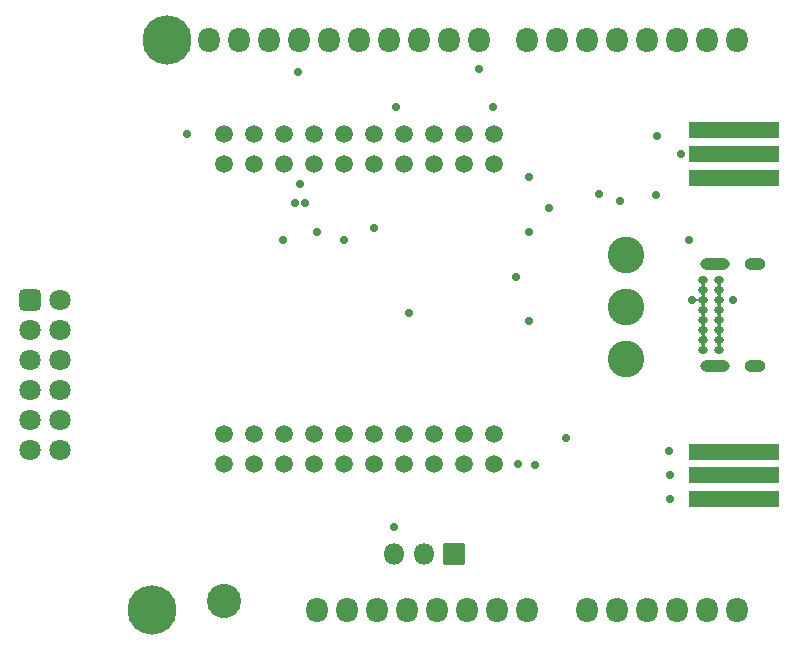
<source format=gbr>
%TF.GenerationSoftware,KiCad,Pcbnew,(6.0.0-0)*%
%TF.CreationDate,2022-08-25T03:12:56-06:00*%
%TF.ProjectId,FlippyControl,466c6970-7079-4436-9f6e-74726f6c2e6b,A*%
%TF.SameCoordinates,Original*%
%TF.FileFunction,Soldermask,Bot*%
%TF.FilePolarity,Negative*%
%FSLAX46Y46*%
G04 Gerber Fmt 4.6, Leading zero omitted, Abs format (unit mm)*
G04 Created by KiCad (PCBNEW (6.0.0-0)) date 2022-08-25 03:12:56*
%MOMM*%
%LPD*%
G01*
G04 APERTURE LIST*
G04 Aperture macros list*
%AMRoundRect*
0 Rectangle with rounded corners*
0 $1 Rounding radius*
0 $2 $3 $4 $5 $6 $7 $8 $9 X,Y pos of 4 corners*
0 Add a 4 corners polygon primitive as box body*
4,1,4,$2,$3,$4,$5,$6,$7,$8,$9,$2,$3,0*
0 Add four circle primitives for the rounded corners*
1,1,$1+$1,$2,$3*
1,1,$1+$1,$4,$5*
1,1,$1+$1,$6,$7*
1,1,$1+$1,$8,$9*
0 Add four rect primitives between the rounded corners*
20,1,$1+$1,$2,$3,$4,$5,0*
20,1,$1+$1,$4,$5,$6,$7,0*
20,1,$1+$1,$6,$7,$8,$9,0*
20,1,$1+$1,$8,$9,$2,$3,0*%
G04 Aperture macros list end*
%ADD10C,1.500000*%
%ADD11RoundRect,0.050000X-3.799586X0.649986X-3.799586X-0.649986X3.799586X-0.649986X3.799586X0.649986X0*%
%ADD12O,1.827200X2.132000*%
%ADD13C,4.164000*%
%ADD14C,2.900000*%
%ADD15O,0.800000X0.700000*%
%ADD16O,2.500000X1.000000*%
%ADD17O,1.800000X1.000000*%
%ADD18RoundRect,0.300000X-0.600000X-0.600000X0.600000X-0.600000X0.600000X0.600000X-0.600000X0.600000X0*%
%ADD19C,1.800000*%
%ADD20RoundRect,0.050000X-0.850000X0.850000X-0.850000X-0.850000X0.850000X-0.850000X0.850000X0.850000X0*%
%ADD21O,1.800000X1.800000*%
%ADD22C,3.100000*%
%ADD23C,0.700000*%
G04 APERTURE END LIST*
D10*
%TO.C,U1*%
X131128000Y-111435000D03*
X131128000Y-108895000D03*
X133668000Y-111435000D03*
X133668000Y-108895000D03*
X136208000Y-111435000D03*
X136208000Y-108895000D03*
X138748000Y-111435000D03*
X138748000Y-108895000D03*
X141288000Y-111435000D03*
X141288000Y-108895000D03*
X143828000Y-111435000D03*
X143828000Y-108895000D03*
X146368000Y-111435000D03*
X146368000Y-108895000D03*
X148908000Y-111435000D03*
X148908000Y-108895000D03*
X151448000Y-111435000D03*
X151448000Y-108895000D03*
X153988000Y-111435000D03*
X153988000Y-108895000D03*
X131128000Y-86035000D03*
X131128000Y-83495000D03*
X133668000Y-86035000D03*
X133668000Y-83495000D03*
X136208000Y-86035000D03*
X136208000Y-83495000D03*
X138748000Y-86035000D03*
X138748000Y-83495000D03*
X141288000Y-86035000D03*
X141288000Y-83495000D03*
X143828000Y-86035000D03*
X143828000Y-83495000D03*
X146368000Y-86035000D03*
X146368000Y-83495000D03*
X148908000Y-86035000D03*
X148908000Y-83495000D03*
X151448000Y-86035000D03*
X151448000Y-83495000D03*
X153988000Y-86035000D03*
X153988000Y-83495000D03*
%TD*%
D11*
%TO.C,J2*%
X174298000Y-112415000D03*
X174298000Y-110415004D03*
X174298000Y-114415123D03*
%TD*%
%TO.C,J1*%
X174274300Y-85215000D03*
X174274300Y-83215004D03*
X174274300Y-87215123D03*
%TD*%
D12*
%TO.C,P1*%
X138938000Y-123825000D03*
X141478000Y-123825000D03*
X144018000Y-123825000D03*
X146558000Y-123825000D03*
X149098000Y-123825000D03*
X151638000Y-123825000D03*
X154178000Y-123825000D03*
X156718000Y-123825000D03*
%TD*%
%TO.C,P2*%
X161798000Y-123825000D03*
X164338000Y-123825000D03*
X166878000Y-123825000D03*
X169418000Y-123825000D03*
X171958000Y-123825000D03*
X174498000Y-123825000D03*
%TD*%
%TO.C,P3*%
X129794000Y-75565000D03*
X132334000Y-75565000D03*
X134874000Y-75565000D03*
X137414000Y-75565000D03*
X139954000Y-75565000D03*
X142494000Y-75565000D03*
X145034000Y-75565000D03*
X147574000Y-75565000D03*
X150114000Y-75565000D03*
X152654000Y-75565000D03*
%TD*%
%TO.C,P4*%
X156718000Y-75565000D03*
X159258000Y-75565000D03*
X161798000Y-75565000D03*
X164338000Y-75565000D03*
X166878000Y-75565000D03*
X169418000Y-75565000D03*
X171958000Y-75565000D03*
X174498000Y-75565000D03*
%TD*%
D13*
%TO.C,P5*%
X124968000Y-123825000D03*
%TD*%
%TO.C,P7*%
X126238000Y-75565000D03*
%TD*%
D14*
%TO.C,TP7*%
X131098000Y-123065000D03*
%TD*%
D15*
%TO.C,J4*%
X171673000Y-101840000D03*
X171673000Y-100990000D03*
X171673000Y-100140000D03*
X171673000Y-99290000D03*
X171673000Y-98440000D03*
X171673000Y-97590000D03*
X171673000Y-96740000D03*
X171673000Y-95890000D03*
X173023000Y-95890000D03*
X173023000Y-96740000D03*
X173023000Y-97590000D03*
X173023000Y-98440000D03*
X173023000Y-99290000D03*
X173023000Y-100140000D03*
X173023000Y-100990000D03*
X173023000Y-101840000D03*
D16*
X172653000Y-94540000D03*
D17*
X176033000Y-94540000D03*
D16*
X172653000Y-103190000D03*
D17*
X176033000Y-103190000D03*
%TD*%
D18*
%TO.C,J3*%
X114645500Y-97615000D03*
D19*
X117185500Y-97615000D03*
X114645500Y-100155000D03*
X117185500Y-100155000D03*
X114645500Y-102695000D03*
X117185500Y-102695000D03*
X114645500Y-105235000D03*
X117185500Y-105235000D03*
X114645500Y-107775000D03*
X117185500Y-107775000D03*
X114645500Y-110315000D03*
X117185500Y-110315000D03*
%TD*%
D20*
%TO.C,JP1*%
X150598000Y-119065000D03*
D21*
X148058000Y-119065000D03*
X145518000Y-119065000D03*
%TD*%
D22*
%TO.C,TP4*%
X165098000Y-102565000D03*
%TD*%
%TO.C,TP6*%
X165098000Y-98165000D03*
%TD*%
%TO.C,TP2*%
X165098000Y-93765000D03*
%TD*%
D23*
X170498000Y-92465000D03*
X127998000Y-83565000D03*
X137398000Y-78265000D03*
X156898000Y-99365000D03*
X156898000Y-87165000D03*
X156898000Y-91865000D03*
X155998000Y-111465000D03*
X164648000Y-89215000D03*
X136098000Y-92465000D03*
X152698000Y-78065000D03*
X168798000Y-110365000D03*
X168847877Y-114415123D03*
X157398000Y-111565000D03*
X168848000Y-112415000D03*
X153898000Y-81265000D03*
X167698000Y-88665000D03*
X169798123Y-85264877D03*
X145698000Y-81265000D03*
X158598000Y-89765000D03*
X160098000Y-109265000D03*
X143798000Y-91465000D03*
X137498000Y-87765000D03*
X141298000Y-92465000D03*
X137998000Y-89365000D03*
X138998000Y-91865000D03*
X137098000Y-89365000D03*
X145498000Y-116765000D03*
X155798000Y-95665000D03*
X146798000Y-98665000D03*
X162848000Y-88615000D03*
X167798000Y-83665000D03*
X174223000Y-97565000D03*
X170723000Y-97565000D03*
G36*
X171920724Y-101274478D02*
G01*
X171921674Y-101276239D01*
X171920981Y-101277696D01*
X171912177Y-101285282D01*
X171911699Y-101285588D01*
X171878299Y-101300774D01*
X171877640Y-101300710D01*
X171877402Y-101301210D01*
X171823974Y-101347351D01*
X171804031Y-101414852D01*
X171823751Y-101482423D01*
X171871407Y-101524231D01*
X171872050Y-101526125D01*
X171870731Y-101527628D01*
X171869425Y-101527621D01*
X171782752Y-101497183D01*
X171722908Y-101492000D01*
X171623166Y-101492000D01*
X171510286Y-101510788D01*
X171470855Y-101532064D01*
X171469989Y-101532039D01*
X171469479Y-101532807D01*
X171427275Y-101555579D01*
X171425276Y-101555522D01*
X171424326Y-101553761D01*
X171425019Y-101552304D01*
X171433823Y-101544718D01*
X171434301Y-101544412D01*
X171467701Y-101529226D01*
X171468360Y-101529290D01*
X171468598Y-101528790D01*
X171522026Y-101482649D01*
X171541969Y-101415148D01*
X171522249Y-101347577D01*
X171474593Y-101305769D01*
X171473950Y-101303875D01*
X171475269Y-101302372D01*
X171476575Y-101302379D01*
X171563248Y-101332817D01*
X171623092Y-101338000D01*
X171722834Y-101338000D01*
X171835714Y-101319212D01*
X171875145Y-101297936D01*
X171876011Y-101297961D01*
X171876521Y-101297193D01*
X171918725Y-101274421D01*
X171920724Y-101274478D01*
G37*
G36*
X173270724Y-101274478D02*
G01*
X173271674Y-101276239D01*
X173270981Y-101277696D01*
X173262177Y-101285282D01*
X173261699Y-101285588D01*
X173228299Y-101300774D01*
X173227640Y-101300710D01*
X173227402Y-101301210D01*
X173173974Y-101347351D01*
X173154031Y-101414852D01*
X173173751Y-101482423D01*
X173221407Y-101524231D01*
X173222050Y-101526125D01*
X173220731Y-101527628D01*
X173219425Y-101527621D01*
X173132752Y-101497183D01*
X173072908Y-101492000D01*
X172973166Y-101492000D01*
X172860286Y-101510788D01*
X172820855Y-101532064D01*
X172819989Y-101532039D01*
X172819479Y-101532807D01*
X172777275Y-101555579D01*
X172775276Y-101555522D01*
X172774326Y-101553761D01*
X172775019Y-101552304D01*
X172783823Y-101544718D01*
X172784301Y-101544412D01*
X172817701Y-101529226D01*
X172818360Y-101529290D01*
X172818598Y-101528790D01*
X172872026Y-101482649D01*
X172891969Y-101415148D01*
X172872249Y-101347577D01*
X172824593Y-101305769D01*
X172823950Y-101303875D01*
X172825269Y-101302372D01*
X172826575Y-101302379D01*
X172913248Y-101332817D01*
X172973092Y-101338000D01*
X173072834Y-101338000D01*
X173185714Y-101319212D01*
X173225145Y-101297936D01*
X173226011Y-101297961D01*
X173226521Y-101297193D01*
X173268725Y-101274421D01*
X173270724Y-101274478D01*
G37*
G36*
X171920724Y-100424478D02*
G01*
X171921674Y-100426239D01*
X171920981Y-100427696D01*
X171912177Y-100435282D01*
X171911699Y-100435588D01*
X171878299Y-100450774D01*
X171877640Y-100450710D01*
X171877402Y-100451210D01*
X171823974Y-100497351D01*
X171804031Y-100564852D01*
X171823751Y-100632423D01*
X171871407Y-100674231D01*
X171872050Y-100676125D01*
X171870731Y-100677628D01*
X171869425Y-100677621D01*
X171782752Y-100647183D01*
X171722908Y-100642000D01*
X171623166Y-100642000D01*
X171510286Y-100660788D01*
X171470855Y-100682064D01*
X171469989Y-100682039D01*
X171469479Y-100682807D01*
X171427275Y-100705579D01*
X171425276Y-100705522D01*
X171424326Y-100703761D01*
X171425019Y-100702304D01*
X171433823Y-100694718D01*
X171434301Y-100694412D01*
X171467701Y-100679226D01*
X171468360Y-100679290D01*
X171468598Y-100678790D01*
X171522026Y-100632649D01*
X171541969Y-100565148D01*
X171522249Y-100497577D01*
X171474593Y-100455769D01*
X171473950Y-100453875D01*
X171475269Y-100452372D01*
X171476575Y-100452379D01*
X171563248Y-100482817D01*
X171623092Y-100488000D01*
X171722834Y-100488000D01*
X171835714Y-100469212D01*
X171875145Y-100447936D01*
X171876011Y-100447961D01*
X171876521Y-100447193D01*
X171918725Y-100424421D01*
X171920724Y-100424478D01*
G37*
G36*
X173270724Y-100424478D02*
G01*
X173271674Y-100426239D01*
X173270981Y-100427696D01*
X173262177Y-100435282D01*
X173261699Y-100435588D01*
X173228299Y-100450774D01*
X173227640Y-100450710D01*
X173227402Y-100451210D01*
X173173974Y-100497351D01*
X173154031Y-100564852D01*
X173173751Y-100632423D01*
X173221407Y-100674231D01*
X173222050Y-100676125D01*
X173220731Y-100677628D01*
X173219425Y-100677621D01*
X173132752Y-100647183D01*
X173072908Y-100642000D01*
X172973166Y-100642000D01*
X172860286Y-100660788D01*
X172820855Y-100682064D01*
X172819989Y-100682039D01*
X172819479Y-100682807D01*
X172777275Y-100705579D01*
X172775276Y-100705522D01*
X172774326Y-100703761D01*
X172775019Y-100702304D01*
X172783823Y-100694718D01*
X172784301Y-100694412D01*
X172817701Y-100679226D01*
X172818360Y-100679290D01*
X172818598Y-100678790D01*
X172872026Y-100632649D01*
X172891969Y-100565148D01*
X172872249Y-100497577D01*
X172824593Y-100455769D01*
X172823950Y-100453875D01*
X172825269Y-100452372D01*
X172826575Y-100452379D01*
X172913248Y-100482817D01*
X172973092Y-100488000D01*
X173072834Y-100488000D01*
X173185714Y-100469212D01*
X173225145Y-100447936D01*
X173226011Y-100447961D01*
X173226521Y-100447193D01*
X173268725Y-100424421D01*
X173270724Y-100424478D01*
G37*
G36*
X171920724Y-99574478D02*
G01*
X171921674Y-99576239D01*
X171920981Y-99577696D01*
X171912177Y-99585282D01*
X171911699Y-99585588D01*
X171878299Y-99600774D01*
X171877640Y-99600710D01*
X171877402Y-99601210D01*
X171823974Y-99647351D01*
X171804031Y-99714852D01*
X171823751Y-99782423D01*
X171871407Y-99824231D01*
X171872050Y-99826125D01*
X171870731Y-99827628D01*
X171869425Y-99827621D01*
X171782752Y-99797183D01*
X171722908Y-99792000D01*
X171623166Y-99792000D01*
X171510286Y-99810788D01*
X171470855Y-99832064D01*
X171469989Y-99832039D01*
X171469479Y-99832807D01*
X171427275Y-99855579D01*
X171425276Y-99855522D01*
X171424326Y-99853761D01*
X171425019Y-99852304D01*
X171433823Y-99844718D01*
X171434301Y-99844412D01*
X171467701Y-99829226D01*
X171468360Y-99829290D01*
X171468598Y-99828790D01*
X171522026Y-99782649D01*
X171541969Y-99715148D01*
X171522249Y-99647577D01*
X171474593Y-99605769D01*
X171473950Y-99603875D01*
X171475269Y-99602372D01*
X171476575Y-99602379D01*
X171563248Y-99632817D01*
X171623092Y-99638000D01*
X171722834Y-99638000D01*
X171835714Y-99619212D01*
X171875145Y-99597936D01*
X171876011Y-99597961D01*
X171876521Y-99597193D01*
X171918725Y-99574421D01*
X171920724Y-99574478D01*
G37*
G36*
X173270724Y-99574478D02*
G01*
X173271674Y-99576239D01*
X173270981Y-99577696D01*
X173262177Y-99585282D01*
X173261699Y-99585588D01*
X173228299Y-99600774D01*
X173227640Y-99600710D01*
X173227402Y-99601210D01*
X173173974Y-99647351D01*
X173154031Y-99714852D01*
X173173751Y-99782423D01*
X173221407Y-99824231D01*
X173222050Y-99826125D01*
X173220731Y-99827628D01*
X173219425Y-99827621D01*
X173132752Y-99797183D01*
X173072908Y-99792000D01*
X172973166Y-99792000D01*
X172860286Y-99810788D01*
X172820855Y-99832064D01*
X172819989Y-99832039D01*
X172819479Y-99832807D01*
X172777275Y-99855579D01*
X172775276Y-99855522D01*
X172774326Y-99853761D01*
X172775019Y-99852304D01*
X172783823Y-99844718D01*
X172784301Y-99844412D01*
X172817701Y-99829226D01*
X172818360Y-99829290D01*
X172818598Y-99828790D01*
X172872026Y-99782649D01*
X172891969Y-99715148D01*
X172872249Y-99647577D01*
X172824593Y-99605769D01*
X172823950Y-99603875D01*
X172825269Y-99602372D01*
X172826575Y-99602379D01*
X172913248Y-99632817D01*
X172973092Y-99638000D01*
X173072834Y-99638000D01*
X173185714Y-99619212D01*
X173225145Y-99597936D01*
X173226011Y-99597961D01*
X173226521Y-99597193D01*
X173268725Y-99574421D01*
X173270724Y-99574478D01*
G37*
G36*
X171920724Y-98724478D02*
G01*
X171921674Y-98726239D01*
X171920981Y-98727696D01*
X171912177Y-98735282D01*
X171911699Y-98735588D01*
X171878299Y-98750774D01*
X171877640Y-98750710D01*
X171877402Y-98751210D01*
X171823974Y-98797351D01*
X171804031Y-98864852D01*
X171823751Y-98932423D01*
X171871407Y-98974231D01*
X171872050Y-98976125D01*
X171870731Y-98977628D01*
X171869425Y-98977621D01*
X171782752Y-98947183D01*
X171722908Y-98942000D01*
X171623166Y-98942000D01*
X171510286Y-98960788D01*
X171470855Y-98982064D01*
X171469989Y-98982039D01*
X171469479Y-98982807D01*
X171427275Y-99005579D01*
X171425276Y-99005522D01*
X171424326Y-99003761D01*
X171425019Y-99002304D01*
X171433823Y-98994718D01*
X171434301Y-98994412D01*
X171467701Y-98979226D01*
X171468360Y-98979290D01*
X171468598Y-98978790D01*
X171522026Y-98932649D01*
X171541969Y-98865148D01*
X171522249Y-98797577D01*
X171474593Y-98755769D01*
X171473950Y-98753875D01*
X171475269Y-98752372D01*
X171476575Y-98752379D01*
X171563248Y-98782817D01*
X171623092Y-98788000D01*
X171722834Y-98788000D01*
X171835714Y-98769212D01*
X171875145Y-98747936D01*
X171876011Y-98747961D01*
X171876521Y-98747193D01*
X171918725Y-98724421D01*
X171920724Y-98724478D01*
G37*
G36*
X173270724Y-98724478D02*
G01*
X173271674Y-98726239D01*
X173270981Y-98727696D01*
X173262177Y-98735282D01*
X173261699Y-98735588D01*
X173228299Y-98750774D01*
X173227640Y-98750710D01*
X173227402Y-98751210D01*
X173173974Y-98797351D01*
X173154031Y-98864852D01*
X173173751Y-98932423D01*
X173221407Y-98974231D01*
X173222050Y-98976125D01*
X173220731Y-98977628D01*
X173219425Y-98977621D01*
X173132752Y-98947183D01*
X173072908Y-98942000D01*
X172973166Y-98942000D01*
X172860286Y-98960788D01*
X172820855Y-98982064D01*
X172819989Y-98982039D01*
X172819479Y-98982807D01*
X172777275Y-99005579D01*
X172775276Y-99005522D01*
X172774326Y-99003761D01*
X172775019Y-99002304D01*
X172783823Y-98994718D01*
X172784301Y-98994412D01*
X172817701Y-98979226D01*
X172818360Y-98979290D01*
X172818598Y-98978790D01*
X172872026Y-98932649D01*
X172891969Y-98865148D01*
X172872249Y-98797577D01*
X172824593Y-98755769D01*
X172823950Y-98753875D01*
X172825269Y-98752372D01*
X172826575Y-98752379D01*
X172913248Y-98782817D01*
X172973092Y-98788000D01*
X173072834Y-98788000D01*
X173185714Y-98769212D01*
X173225145Y-98747936D01*
X173226011Y-98747961D01*
X173226521Y-98747193D01*
X173268725Y-98724421D01*
X173270724Y-98724478D01*
G37*
G36*
X171920724Y-97874478D02*
G01*
X171921674Y-97876239D01*
X171920981Y-97877696D01*
X171912177Y-97885282D01*
X171911699Y-97885588D01*
X171878299Y-97900774D01*
X171877640Y-97900710D01*
X171877402Y-97901210D01*
X171823974Y-97947351D01*
X171804031Y-98014852D01*
X171823751Y-98082423D01*
X171871407Y-98124231D01*
X171872050Y-98126125D01*
X171870731Y-98127628D01*
X171869425Y-98127621D01*
X171782752Y-98097183D01*
X171722908Y-98092000D01*
X171623166Y-98092000D01*
X171510286Y-98110788D01*
X171470855Y-98132064D01*
X171469989Y-98132039D01*
X171469479Y-98132807D01*
X171427275Y-98155579D01*
X171425276Y-98155522D01*
X171424326Y-98153761D01*
X171425019Y-98152304D01*
X171433823Y-98144718D01*
X171434301Y-98144412D01*
X171467701Y-98129226D01*
X171468360Y-98129290D01*
X171468598Y-98128790D01*
X171522026Y-98082649D01*
X171541969Y-98015148D01*
X171522249Y-97947577D01*
X171474593Y-97905769D01*
X171473950Y-97903875D01*
X171475269Y-97902372D01*
X171476575Y-97902379D01*
X171563248Y-97932817D01*
X171623092Y-97938000D01*
X171722834Y-97938000D01*
X171835714Y-97919212D01*
X171875145Y-97897936D01*
X171876011Y-97897961D01*
X171876521Y-97897193D01*
X171918725Y-97874421D01*
X171920724Y-97874478D01*
G37*
G36*
X173270724Y-97874478D02*
G01*
X173271674Y-97876239D01*
X173270981Y-97877696D01*
X173262177Y-97885282D01*
X173261699Y-97885588D01*
X173228299Y-97900774D01*
X173227640Y-97900710D01*
X173227402Y-97901210D01*
X173173974Y-97947351D01*
X173154031Y-98014852D01*
X173173751Y-98082423D01*
X173221407Y-98124231D01*
X173222050Y-98126125D01*
X173220731Y-98127628D01*
X173219425Y-98127621D01*
X173132752Y-98097183D01*
X173072908Y-98092000D01*
X172973166Y-98092000D01*
X172860286Y-98110788D01*
X172820855Y-98132064D01*
X172819989Y-98132039D01*
X172819479Y-98132807D01*
X172777275Y-98155579D01*
X172775276Y-98155522D01*
X172774326Y-98153761D01*
X172775019Y-98152304D01*
X172783823Y-98144718D01*
X172784301Y-98144412D01*
X172817701Y-98129226D01*
X172818360Y-98129290D01*
X172818598Y-98128790D01*
X172872026Y-98082649D01*
X172891969Y-98015148D01*
X172872249Y-97947577D01*
X172824593Y-97905769D01*
X172823950Y-97903875D01*
X172825269Y-97902372D01*
X172826575Y-97902379D01*
X172913248Y-97932817D01*
X172973092Y-97938000D01*
X173072834Y-97938000D01*
X173185714Y-97919212D01*
X173225145Y-97897936D01*
X173226011Y-97897961D01*
X173226521Y-97897193D01*
X173268725Y-97874421D01*
X173270724Y-97874478D01*
G37*
G36*
X171319947Y-97424759D02*
G01*
X171319995Y-97426477D01*
X171297101Y-97478261D01*
X171295621Y-97479341D01*
X171295924Y-97479605D01*
X171295862Y-97481065D01*
X171285960Y-97503462D01*
X171276101Y-97617304D01*
X171293655Y-97687971D01*
X171293102Y-97689893D01*
X171291161Y-97690375D01*
X171290024Y-97689522D01*
X171252853Y-97630756D01*
X171189041Y-97601056D01*
X171119301Y-97610571D01*
X171065599Y-97656430D01*
X171058400Y-97669156D01*
X171056677Y-97670171D01*
X171054936Y-97669186D01*
X171054684Y-97667858D01*
X171070975Y-97565000D01*
X171055423Y-97466805D01*
X171056139Y-97464938D01*
X171058115Y-97464625D01*
X171059219Y-97465664D01*
X171065014Y-97478410D01*
X171111213Y-97531906D01*
X171178715Y-97551849D01*
X171246282Y-97532131D01*
X171292524Y-97478944D01*
X171293647Y-97478557D01*
X171293400Y-97476747D01*
X171298702Y-97462676D01*
X171304537Y-97443165D01*
X171304775Y-97442650D01*
X171316488Y-97424580D01*
X171318269Y-97423671D01*
X171319947Y-97424759D01*
G37*
G36*
X173270724Y-97024478D02*
G01*
X173271674Y-97026239D01*
X173270981Y-97027696D01*
X173262177Y-97035282D01*
X173261699Y-97035588D01*
X173228299Y-97050774D01*
X173227640Y-97050710D01*
X173227402Y-97051210D01*
X173173974Y-97097351D01*
X173154031Y-97164852D01*
X173173751Y-97232423D01*
X173221407Y-97274231D01*
X173222050Y-97276125D01*
X173220731Y-97277628D01*
X173219425Y-97277621D01*
X173132752Y-97247183D01*
X173072908Y-97242000D01*
X172973166Y-97242000D01*
X172860286Y-97260788D01*
X172820855Y-97282064D01*
X172819989Y-97282039D01*
X172819479Y-97282807D01*
X172777275Y-97305579D01*
X172775276Y-97305522D01*
X172774326Y-97303761D01*
X172775019Y-97302304D01*
X172783823Y-97294718D01*
X172784301Y-97294412D01*
X172817701Y-97279226D01*
X172818360Y-97279290D01*
X172818598Y-97278790D01*
X172872026Y-97232649D01*
X172891969Y-97165148D01*
X172872249Y-97097577D01*
X172824593Y-97055769D01*
X172823950Y-97053875D01*
X172825269Y-97052372D01*
X172826575Y-97052379D01*
X172913248Y-97082817D01*
X172973092Y-97088000D01*
X173072834Y-97088000D01*
X173185714Y-97069212D01*
X173225145Y-97047936D01*
X173226011Y-97047961D01*
X173226521Y-97047193D01*
X173268725Y-97024421D01*
X173270724Y-97024478D01*
G37*
G36*
X171920724Y-97024478D02*
G01*
X171921674Y-97026239D01*
X171920981Y-97027696D01*
X171912177Y-97035282D01*
X171911699Y-97035588D01*
X171878299Y-97050774D01*
X171877640Y-97050710D01*
X171877402Y-97051210D01*
X171823974Y-97097351D01*
X171804031Y-97164852D01*
X171823751Y-97232423D01*
X171871407Y-97274231D01*
X171872050Y-97276125D01*
X171870731Y-97277628D01*
X171869425Y-97277621D01*
X171782752Y-97247183D01*
X171722908Y-97242000D01*
X171623166Y-97242000D01*
X171510286Y-97260788D01*
X171470855Y-97282064D01*
X171469989Y-97282039D01*
X171469479Y-97282807D01*
X171427275Y-97305579D01*
X171425276Y-97305522D01*
X171424326Y-97303761D01*
X171425019Y-97302304D01*
X171433823Y-97294718D01*
X171434301Y-97294412D01*
X171467701Y-97279226D01*
X171468360Y-97279290D01*
X171468598Y-97278790D01*
X171522026Y-97232649D01*
X171541969Y-97165148D01*
X171522249Y-97097577D01*
X171474593Y-97055769D01*
X171473950Y-97053875D01*
X171475269Y-97052372D01*
X171476575Y-97052379D01*
X171563248Y-97082817D01*
X171623092Y-97088000D01*
X171722834Y-97088000D01*
X171835714Y-97069212D01*
X171875145Y-97047936D01*
X171876011Y-97047961D01*
X171876521Y-97047193D01*
X171918725Y-97024421D01*
X171920724Y-97024478D01*
G37*
G36*
X171920724Y-96174478D02*
G01*
X171921674Y-96176239D01*
X171920981Y-96177696D01*
X171912177Y-96185282D01*
X171911699Y-96185588D01*
X171878299Y-96200774D01*
X171877640Y-96200710D01*
X171877402Y-96201210D01*
X171823974Y-96247351D01*
X171804031Y-96314852D01*
X171823751Y-96382423D01*
X171871407Y-96424231D01*
X171872050Y-96426125D01*
X171870731Y-96427628D01*
X171869425Y-96427621D01*
X171782752Y-96397183D01*
X171722908Y-96392000D01*
X171623166Y-96392000D01*
X171510286Y-96410788D01*
X171470855Y-96432064D01*
X171469989Y-96432039D01*
X171469479Y-96432807D01*
X171427275Y-96455579D01*
X171425276Y-96455522D01*
X171424326Y-96453761D01*
X171425019Y-96452304D01*
X171433823Y-96444718D01*
X171434301Y-96444412D01*
X171467701Y-96429226D01*
X171468360Y-96429290D01*
X171468598Y-96428790D01*
X171522026Y-96382649D01*
X171541969Y-96315148D01*
X171522249Y-96247577D01*
X171474593Y-96205769D01*
X171473950Y-96203875D01*
X171475269Y-96202372D01*
X171476575Y-96202379D01*
X171563248Y-96232817D01*
X171623092Y-96238000D01*
X171722834Y-96238000D01*
X171835714Y-96219212D01*
X171875145Y-96197936D01*
X171876011Y-96197961D01*
X171876521Y-96197193D01*
X171918725Y-96174421D01*
X171920724Y-96174478D01*
G37*
G36*
X173270724Y-96174478D02*
G01*
X173271674Y-96176239D01*
X173270981Y-96177696D01*
X173262177Y-96185282D01*
X173261699Y-96185588D01*
X173228299Y-96200774D01*
X173227640Y-96200710D01*
X173227402Y-96201210D01*
X173173974Y-96247351D01*
X173154031Y-96314852D01*
X173173751Y-96382423D01*
X173221407Y-96424231D01*
X173222050Y-96426125D01*
X173220731Y-96427628D01*
X173219425Y-96427621D01*
X173132752Y-96397183D01*
X173072908Y-96392000D01*
X172973166Y-96392000D01*
X172860286Y-96410788D01*
X172820855Y-96432064D01*
X172819989Y-96432039D01*
X172819479Y-96432807D01*
X172777275Y-96455579D01*
X172775276Y-96455522D01*
X172774326Y-96453761D01*
X172775019Y-96452304D01*
X172783823Y-96444718D01*
X172784301Y-96444412D01*
X172817701Y-96429226D01*
X172818360Y-96429290D01*
X172818598Y-96428790D01*
X172872026Y-96382649D01*
X172891969Y-96315148D01*
X172872249Y-96247577D01*
X172824593Y-96205769D01*
X172823950Y-96203875D01*
X172825269Y-96202372D01*
X172826575Y-96202379D01*
X172913248Y-96232817D01*
X172973092Y-96238000D01*
X173072834Y-96238000D01*
X173185714Y-96219212D01*
X173225145Y-96197936D01*
X173226011Y-96197961D01*
X173226521Y-96197193D01*
X173268725Y-96174421D01*
X173270724Y-96174478D01*
G37*
G36*
X137665592Y-89263145D02*
G01*
X137665926Y-89264601D01*
X137650025Y-89365000D01*
X137665654Y-89463681D01*
X137664938Y-89465548D01*
X137662962Y-89465861D01*
X137662149Y-89465283D01*
X137618009Y-89412891D01*
X137550759Y-89392126D01*
X137482950Y-89411019D01*
X137436410Y-89462780D01*
X137433500Y-89468787D01*
X137431845Y-89469910D01*
X137430045Y-89469038D01*
X137429725Y-89467602D01*
X137445975Y-89365000D01*
X137430352Y-89266357D01*
X137431068Y-89264490D01*
X137433044Y-89264177D01*
X137433841Y-89264737D01*
X137479950Y-89318128D01*
X137547451Y-89338071D01*
X137615022Y-89318351D01*
X137660927Y-89266023D01*
X137662141Y-89263438D01*
X137663782Y-89262295D01*
X137665592Y-89263145D01*
G37*
M02*

</source>
